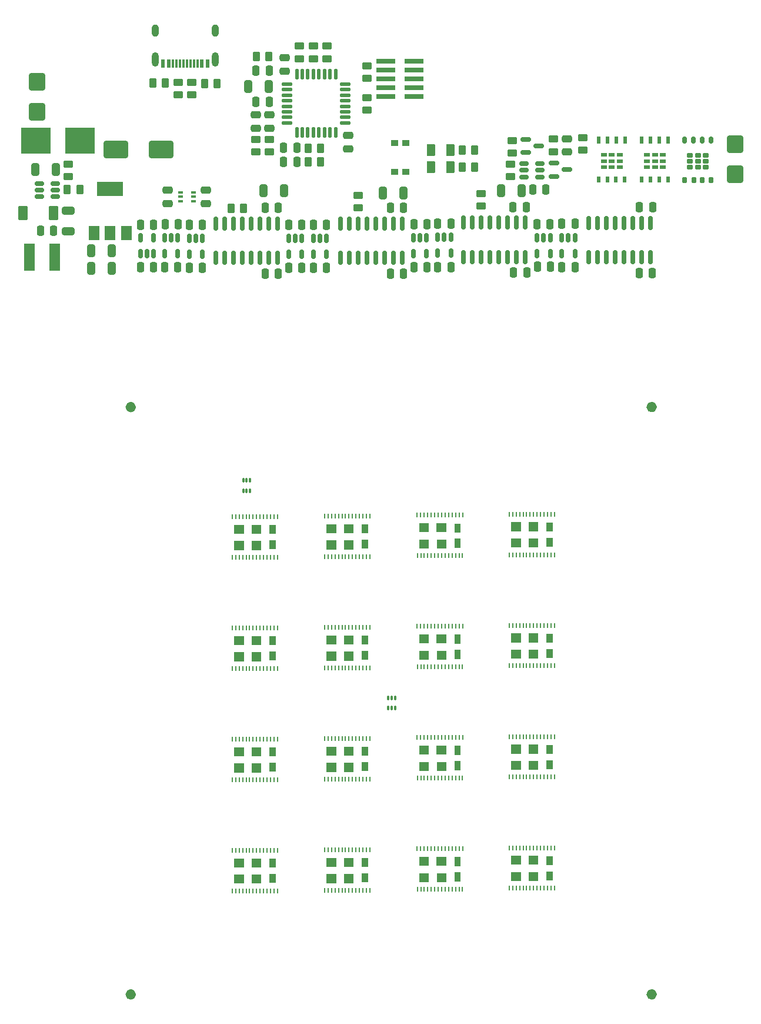
<source format=gtp>
G04 #@! TF.GenerationSoftware,KiCad,Pcbnew,8.0.1-8.0.1-1~ubuntu22.04.1*
G04 #@! TF.CreationDate,2024-04-20T17:09:59+02:00*
G04 #@! TF.ProjectId,0xaxe,30786178-652e-46b6-9963-61645f706362,302*
G04 #@! TF.SameCoordinates,Original*
G04 #@! TF.FileFunction,Paste,Top*
G04 #@! TF.FilePolarity,Positive*
%FSLAX46Y46*%
G04 Gerber Fmt 4.6, Leading zero omitted, Abs format (unit mm)*
G04 Created by KiCad (PCBNEW 8.0.1-8.0.1-1~ubuntu22.04.1) date 2024-04-20 17:09:59*
%MOMM*%
%LPD*%
G01*
G04 APERTURE LIST*
G04 Aperture macros list*
%AMRoundRect*
0 Rectangle with rounded corners*
0 $1 Rounding radius*
0 $2 $3 $4 $5 $6 $7 $8 $9 X,Y pos of 4 corners*
0 Add a 4 corners polygon primitive as box body*
4,1,4,$2,$3,$4,$5,$6,$7,$8,$9,$2,$3,0*
0 Add four circle primitives for the rounded corners*
1,1,$1+$1,$2,$3*
1,1,$1+$1,$4,$5*
1,1,$1+$1,$6,$7*
1,1,$1+$1,$8,$9*
0 Add four rect primitives between the rounded corners*
20,1,$1+$1,$2,$3,$4,$5,0*
20,1,$1+$1,$4,$5,$6,$7,0*
20,1,$1+$1,$6,$7,$8,$9,0*
20,1,$1+$1,$8,$9,$2,$3,0*%
G04 Aperture macros list end*
%ADD10C,0.001000*%
%ADD11C,0.750000*%
%ADD12RoundRect,0.150000X0.150000X-0.512500X0.150000X0.512500X-0.150000X0.512500X-0.150000X-0.512500X0*%
%ADD13R,0.221000X0.792000*%
%ADD14RoundRect,0.250000X-1.500000X-1.000000X1.500000X-1.000000X1.500000X1.000000X-1.500000X1.000000X0*%
%ADD15RoundRect,0.250000X-0.262500X-0.450000X0.262500X-0.450000X0.262500X0.450000X-0.262500X0.450000X0*%
%ADD16RoundRect,0.150000X-0.150000X0.512500X-0.150000X-0.512500X0.150000X-0.512500X0.150000X0.512500X0*%
%ADD17RoundRect,0.250000X-0.450000X0.262500X-0.450000X-0.262500X0.450000X-0.262500X0.450000X0.262500X0*%
%ADD18R,1.500000X4.000000*%
%ADD19RoundRect,0.250000X-0.325000X-0.650000X0.325000X-0.650000X0.325000X0.650000X-0.325000X0.650000X0*%
%ADD20RoundRect,0.150000X-0.150000X0.825000X-0.150000X-0.825000X0.150000X-0.825000X0.150000X0.825000X0*%
%ADD21RoundRect,0.250000X0.250000X0.475000X-0.250000X0.475000X-0.250000X-0.475000X0.250000X-0.475000X0*%
%ADD22RoundRect,0.250000X-0.250000X-0.475000X0.250000X-0.475000X0.250000X0.475000X-0.250000X0.475000X0*%
%ADD23RoundRect,0.250000X0.325000X0.650000X-0.325000X0.650000X-0.325000X-0.650000X0.325000X-0.650000X0*%
%ADD24RoundRect,0.250000X-0.450000X-0.800000X0.450000X-0.800000X0.450000X0.800000X-0.450000X0.800000X0*%
%ADD25RoundRect,0.250000X0.900000X-1.000000X0.900000X1.000000X-0.900000X1.000000X-0.900000X-1.000000X0*%
%ADD26RoundRect,0.250000X-0.375000X-0.625000X0.375000X-0.625000X0.375000X0.625000X-0.375000X0.625000X0*%
%ADD27RoundRect,0.050000X0.100000X-0.285000X0.100000X0.285000X-0.100000X0.285000X-0.100000X-0.285000X0*%
%ADD28RoundRect,0.250000X0.262500X0.450000X-0.262500X0.450000X-0.262500X-0.450000X0.262500X-0.450000X0*%
%ADD29RoundRect,0.250000X0.450000X-0.262500X0.450000X0.262500X-0.450000X0.262500X-0.450000X-0.262500X0*%
%ADD30RoundRect,0.250000X-0.475000X0.250000X-0.475000X-0.250000X0.475000X-0.250000X0.475000X0.250000X0*%
%ADD31R,2.760000X0.650000*%
%ADD32RoundRect,0.250000X0.475000X-0.250000X0.475000X0.250000X-0.475000X0.250000X-0.475000X-0.250000X0*%
%ADD33RoundRect,0.150000X-0.587500X-0.150000X0.587500X-0.150000X0.587500X0.150000X-0.587500X0.150000X0*%
%ADD34R,4.245000X3.810000*%
%ADD35RoundRect,0.150000X-0.512500X-0.150000X0.512500X-0.150000X0.512500X0.150000X-0.512500X0.150000X0*%
%ADD36RoundRect,0.150000X0.512500X0.150000X-0.512500X0.150000X-0.512500X-0.150000X0.512500X-0.150000X0*%
%ADD37R,0.900000X0.600000*%
%ADD38R,0.600000X0.900000*%
%ADD39R,0.600000X1.050000*%
%ADD40R,1.500000X2.000000*%
%ADD41R,3.800000X2.000000*%
%ADD42R,0.600000X1.150000*%
%ADD43R,0.300000X1.150000*%
%ADD44O,1.000000X2.100000*%
%ADD45O,1.000000X1.800000*%
%ADD46RoundRect,0.150000X-0.300000X0.150000X-0.300000X-0.150000X0.300000X-0.150000X0.300000X0.150000X0*%
%ADD47RoundRect,0.150000X0.150000X0.300000X-0.150000X0.300000X-0.150000X-0.300000X0.150000X-0.300000X0*%
%ADD48RoundRect,0.150000X0.150000X0.375000X-0.150000X0.375000X-0.150000X-0.375000X0.150000X-0.375000X0*%
%ADD49RoundRect,0.250000X0.650000X-0.325000X0.650000X0.325000X-0.650000X0.325000X-0.650000X-0.325000X0*%
%ADD50RoundRect,0.250000X-0.900000X1.000000X-0.900000X-1.000000X0.900000X-1.000000X0.900000X1.000000X0*%
%ADD51R,1.000000X0.900000*%
%ADD52R,0.650000X0.400000*%
%ADD53RoundRect,0.125000X-0.625000X-0.125000X0.625000X-0.125000X0.625000X0.125000X-0.625000X0.125000X0*%
%ADD54RoundRect,0.125000X-0.125000X-0.625000X0.125000X-0.625000X0.125000X0.625000X-0.125000X0.625000X0*%
G04 APERTURE END LIST*
D10*
X86019000Y-96353900D02*
X84679000Y-96353900D01*
X84679000Y-97553900D01*
X86019000Y-97553900D01*
X86019000Y-96353900D01*
G36*
X86019000Y-96353900D02*
G01*
X84679000Y-96353900D01*
X84679000Y-97553900D01*
X86019000Y-97553900D01*
X86019000Y-96353900D01*
G37*
X86024000Y-98703900D02*
X84684000Y-98703900D01*
X84684000Y-99903900D01*
X86024000Y-99903900D01*
X86024000Y-98703900D01*
G36*
X86024000Y-98703900D02*
G01*
X84684000Y-98703900D01*
X84684000Y-99903900D01*
X86024000Y-99903900D01*
X86024000Y-98703900D01*
G37*
X88499000Y-96353900D02*
X87209000Y-96353900D01*
X87209000Y-97553900D01*
X88499000Y-97553900D01*
X88499000Y-96353900D01*
G36*
X88499000Y-96353900D02*
G01*
X87209000Y-96353900D01*
X87209000Y-97553900D01*
X88499000Y-97553900D01*
X88499000Y-96353900D01*
G37*
X88504000Y-98703900D02*
X87214000Y-98703900D01*
X87214000Y-99903900D01*
X88504000Y-99903900D01*
X88504000Y-98703900D01*
G36*
X88504000Y-98703900D02*
G01*
X87214000Y-98703900D01*
X87214000Y-99903900D01*
X88504000Y-99903900D01*
X88504000Y-98703900D01*
G37*
X90579000Y-96403900D02*
X89789000Y-96403900D01*
X89789000Y-97603900D01*
X90579000Y-97603900D01*
X90579000Y-96403900D01*
G36*
X90579000Y-96403900D02*
G01*
X89789000Y-96403900D01*
X89789000Y-97603900D01*
X90579000Y-97603900D01*
X90579000Y-96403900D01*
G37*
X90584000Y-98603900D02*
X89794000Y-98603900D01*
X89794000Y-99803900D01*
X90584000Y-99803900D01*
X90584000Y-98603900D01*
G36*
X90584000Y-98603900D02*
G01*
X89794000Y-98603900D01*
X89794000Y-99803900D01*
X90584000Y-99803900D01*
X90584000Y-98603900D01*
G37*
D11*
X56875000Y-164000000D02*
G75*
G02*
X56125000Y-164000000I-375000J0D01*
G01*
X56125000Y-164000000D02*
G75*
G02*
X56875000Y-164000000I375000J0D01*
G01*
D10*
X86019000Y-144353900D02*
X84679000Y-144353900D01*
X84679000Y-145553900D01*
X86019000Y-145553900D01*
X86019000Y-144353900D01*
G36*
X86019000Y-144353900D02*
G01*
X84679000Y-144353900D01*
X84679000Y-145553900D01*
X86019000Y-145553900D01*
X86019000Y-144353900D01*
G37*
X86024000Y-146703900D02*
X84684000Y-146703900D01*
X84684000Y-147903900D01*
X86024000Y-147903900D01*
X86024000Y-146703900D01*
G36*
X86024000Y-146703900D02*
G01*
X84684000Y-146703900D01*
X84684000Y-147903900D01*
X86024000Y-147903900D01*
X86024000Y-146703900D01*
G37*
X88499000Y-144353900D02*
X87209000Y-144353900D01*
X87209000Y-145553900D01*
X88499000Y-145553900D01*
X88499000Y-144353900D01*
G36*
X88499000Y-144353900D02*
G01*
X87209000Y-144353900D01*
X87209000Y-145553900D01*
X88499000Y-145553900D01*
X88499000Y-144353900D01*
G37*
X88504000Y-146703900D02*
X87214000Y-146703900D01*
X87214000Y-147903900D01*
X88504000Y-147903900D01*
X88504000Y-146703900D01*
G36*
X88504000Y-146703900D02*
G01*
X87214000Y-146703900D01*
X87214000Y-147903900D01*
X88504000Y-147903900D01*
X88504000Y-146703900D01*
G37*
X90579000Y-144403900D02*
X89789000Y-144403900D01*
X89789000Y-145603900D01*
X90579000Y-145603900D01*
X90579000Y-144403900D01*
G36*
X90579000Y-144403900D02*
G01*
X89789000Y-144403900D01*
X89789000Y-145603900D01*
X90579000Y-145603900D01*
X90579000Y-144403900D01*
G37*
X90584000Y-146603900D02*
X89794000Y-146603900D01*
X89794000Y-147803900D01*
X90584000Y-147803900D01*
X90584000Y-146603900D01*
G36*
X90584000Y-146603900D02*
G01*
X89794000Y-146603900D01*
X89794000Y-147803900D01*
X90584000Y-147803900D01*
X90584000Y-146603900D01*
G37*
X72719000Y-96428900D02*
X71379000Y-96428900D01*
X71379000Y-97628900D01*
X72719000Y-97628900D01*
X72719000Y-96428900D01*
G36*
X72719000Y-96428900D02*
G01*
X71379000Y-96428900D01*
X71379000Y-97628900D01*
X72719000Y-97628900D01*
X72719000Y-96428900D01*
G37*
X72724000Y-98778900D02*
X71384000Y-98778900D01*
X71384000Y-99978900D01*
X72724000Y-99978900D01*
X72724000Y-98778900D01*
G36*
X72724000Y-98778900D02*
G01*
X71384000Y-98778900D01*
X71384000Y-99978900D01*
X72724000Y-99978900D01*
X72724000Y-98778900D01*
G37*
X75199000Y-96428900D02*
X73909000Y-96428900D01*
X73909000Y-97628900D01*
X75199000Y-97628900D01*
X75199000Y-96428900D01*
G36*
X75199000Y-96428900D02*
G01*
X73909000Y-96428900D01*
X73909000Y-97628900D01*
X75199000Y-97628900D01*
X75199000Y-96428900D01*
G37*
X75204000Y-98778900D02*
X73914000Y-98778900D01*
X73914000Y-99978900D01*
X75204000Y-99978900D01*
X75204000Y-98778900D01*
G36*
X75204000Y-98778900D02*
G01*
X73914000Y-98778900D01*
X73914000Y-99978900D01*
X75204000Y-99978900D01*
X75204000Y-98778900D01*
G37*
X77279000Y-96478900D02*
X76489000Y-96478900D01*
X76489000Y-97678900D01*
X77279000Y-97678900D01*
X77279000Y-96478900D01*
G36*
X77279000Y-96478900D02*
G01*
X76489000Y-96478900D01*
X76489000Y-97678900D01*
X77279000Y-97678900D01*
X77279000Y-96478900D01*
G37*
X77284000Y-98678900D02*
X76494000Y-98678900D01*
X76494000Y-99878900D01*
X77284000Y-99878900D01*
X77284000Y-98678900D01*
G36*
X77284000Y-98678900D02*
G01*
X76494000Y-98678900D01*
X76494000Y-99878900D01*
X77284000Y-99878900D01*
X77284000Y-98678900D01*
G37*
X72719000Y-128428900D02*
X71379000Y-128428900D01*
X71379000Y-129628900D01*
X72719000Y-129628900D01*
X72719000Y-128428900D01*
G36*
X72719000Y-128428900D02*
G01*
X71379000Y-128428900D01*
X71379000Y-129628900D01*
X72719000Y-129628900D01*
X72719000Y-128428900D01*
G37*
X72724000Y-130778900D02*
X71384000Y-130778900D01*
X71384000Y-131978900D01*
X72724000Y-131978900D01*
X72724000Y-130778900D01*
G36*
X72724000Y-130778900D02*
G01*
X71384000Y-130778900D01*
X71384000Y-131978900D01*
X72724000Y-131978900D01*
X72724000Y-130778900D01*
G37*
X75199000Y-128428900D02*
X73909000Y-128428900D01*
X73909000Y-129628900D01*
X75199000Y-129628900D01*
X75199000Y-128428900D01*
G36*
X75199000Y-128428900D02*
G01*
X73909000Y-128428900D01*
X73909000Y-129628900D01*
X75199000Y-129628900D01*
X75199000Y-128428900D01*
G37*
X75204000Y-130778900D02*
X73914000Y-130778900D01*
X73914000Y-131978900D01*
X75204000Y-131978900D01*
X75204000Y-130778900D01*
G36*
X75204000Y-130778900D02*
G01*
X73914000Y-130778900D01*
X73914000Y-131978900D01*
X75204000Y-131978900D01*
X75204000Y-130778900D01*
G37*
X77279000Y-128478900D02*
X76489000Y-128478900D01*
X76489000Y-129678900D01*
X77279000Y-129678900D01*
X77279000Y-128478900D01*
G36*
X77279000Y-128478900D02*
G01*
X76489000Y-128478900D01*
X76489000Y-129678900D01*
X77279000Y-129678900D01*
X77279000Y-128478900D01*
G37*
X77284000Y-130678900D02*
X76494000Y-130678900D01*
X76494000Y-131878900D01*
X77284000Y-131878900D01*
X77284000Y-130678900D01*
G36*
X77284000Y-130678900D02*
G01*
X76494000Y-130678900D01*
X76494000Y-131878900D01*
X77284000Y-131878900D01*
X77284000Y-130678900D01*
G37*
X112597000Y-112070900D02*
X111257000Y-112070900D01*
X111257000Y-113270900D01*
X112597000Y-113270900D01*
X112597000Y-112070900D01*
G36*
X112597000Y-112070900D02*
G01*
X111257000Y-112070900D01*
X111257000Y-113270900D01*
X112597000Y-113270900D01*
X112597000Y-112070900D01*
G37*
X112602000Y-114420900D02*
X111262000Y-114420900D01*
X111262000Y-115620900D01*
X112602000Y-115620900D01*
X112602000Y-114420900D01*
G36*
X112602000Y-114420900D02*
G01*
X111262000Y-114420900D01*
X111262000Y-115620900D01*
X112602000Y-115620900D01*
X112602000Y-114420900D01*
G37*
X115077000Y-112070900D02*
X113787000Y-112070900D01*
X113787000Y-113270900D01*
X115077000Y-113270900D01*
X115077000Y-112070900D01*
G36*
X115077000Y-112070900D02*
G01*
X113787000Y-112070900D01*
X113787000Y-113270900D01*
X115077000Y-113270900D01*
X115077000Y-112070900D01*
G37*
X115082000Y-114420900D02*
X113792000Y-114420900D01*
X113792000Y-115620900D01*
X115082000Y-115620900D01*
X115082000Y-114420900D01*
G36*
X115082000Y-114420900D02*
G01*
X113792000Y-114420900D01*
X113792000Y-115620900D01*
X115082000Y-115620900D01*
X115082000Y-114420900D01*
G37*
X117157000Y-112120900D02*
X116367000Y-112120900D01*
X116367000Y-113320900D01*
X117157000Y-113320900D01*
X117157000Y-112120900D01*
G36*
X117157000Y-112120900D02*
G01*
X116367000Y-112120900D01*
X116367000Y-113320900D01*
X117157000Y-113320900D01*
X117157000Y-112120900D01*
G37*
X117162000Y-114320900D02*
X116372000Y-114320900D01*
X116372000Y-115520900D01*
X117162000Y-115520900D01*
X117162000Y-114320900D01*
G36*
X117162000Y-114320900D02*
G01*
X116372000Y-114320900D01*
X116372000Y-115520900D01*
X117162000Y-115520900D01*
X117162000Y-114320900D01*
G37*
D11*
X56875000Y-79500000D02*
G75*
G02*
X56125000Y-79500000I-375000J0D01*
G01*
X56125000Y-79500000D02*
G75*
G02*
X56875000Y-79500000I375000J0D01*
G01*
D10*
X99358000Y-128199900D02*
X98018000Y-128199900D01*
X98018000Y-129399900D01*
X99358000Y-129399900D01*
X99358000Y-128199900D01*
G36*
X99358000Y-128199900D02*
G01*
X98018000Y-128199900D01*
X98018000Y-129399900D01*
X99358000Y-129399900D01*
X99358000Y-128199900D01*
G37*
X99363000Y-130549900D02*
X98023000Y-130549900D01*
X98023000Y-131749900D01*
X99363000Y-131749900D01*
X99363000Y-130549900D01*
G36*
X99363000Y-130549900D02*
G01*
X98023000Y-130549900D01*
X98023000Y-131749900D01*
X99363000Y-131749900D01*
X99363000Y-130549900D01*
G37*
X101838000Y-128199900D02*
X100548000Y-128199900D01*
X100548000Y-129399900D01*
X101838000Y-129399900D01*
X101838000Y-128199900D01*
G36*
X101838000Y-128199900D02*
G01*
X100548000Y-128199900D01*
X100548000Y-129399900D01*
X101838000Y-129399900D01*
X101838000Y-128199900D01*
G37*
X101843000Y-130549900D02*
X100553000Y-130549900D01*
X100553000Y-131749900D01*
X101843000Y-131749900D01*
X101843000Y-130549900D01*
G36*
X101843000Y-130549900D02*
G01*
X100553000Y-130549900D01*
X100553000Y-131749900D01*
X101843000Y-131749900D01*
X101843000Y-130549900D01*
G37*
X103918000Y-128249900D02*
X103128000Y-128249900D01*
X103128000Y-129449900D01*
X103918000Y-129449900D01*
X103918000Y-128249900D01*
G36*
X103918000Y-128249900D02*
G01*
X103128000Y-128249900D01*
X103128000Y-129449900D01*
X103918000Y-129449900D01*
X103918000Y-128249900D01*
G37*
X103923000Y-130449900D02*
X103133000Y-130449900D01*
X103133000Y-131649900D01*
X103923000Y-131649900D01*
X103923000Y-130449900D01*
G36*
X103923000Y-130449900D02*
G01*
X103133000Y-130449900D01*
X103133000Y-131649900D01*
X103923000Y-131649900D01*
X103923000Y-130449900D01*
G37*
X112597000Y-144070900D02*
X111257000Y-144070900D01*
X111257000Y-145270900D01*
X112597000Y-145270900D01*
X112597000Y-144070900D01*
G36*
X112597000Y-144070900D02*
G01*
X111257000Y-144070900D01*
X111257000Y-145270900D01*
X112597000Y-145270900D01*
X112597000Y-144070900D01*
G37*
X112602000Y-146420900D02*
X111262000Y-146420900D01*
X111262000Y-147620900D01*
X112602000Y-147620900D01*
X112602000Y-146420900D01*
G36*
X112602000Y-146420900D02*
G01*
X111262000Y-146420900D01*
X111262000Y-147620900D01*
X112602000Y-147620900D01*
X112602000Y-146420900D01*
G37*
X115077000Y-144070900D02*
X113787000Y-144070900D01*
X113787000Y-145270900D01*
X115077000Y-145270900D01*
X115077000Y-144070900D01*
G36*
X115077000Y-144070900D02*
G01*
X113787000Y-144070900D01*
X113787000Y-145270900D01*
X115077000Y-145270900D01*
X115077000Y-144070900D01*
G37*
X115082000Y-146420900D02*
X113792000Y-146420900D01*
X113792000Y-147620900D01*
X115082000Y-147620900D01*
X115082000Y-146420900D01*
G36*
X115082000Y-146420900D02*
G01*
X113792000Y-146420900D01*
X113792000Y-147620900D01*
X115082000Y-147620900D01*
X115082000Y-146420900D01*
G37*
X117157000Y-144120900D02*
X116367000Y-144120900D01*
X116367000Y-145320900D01*
X117157000Y-145320900D01*
X117157000Y-144120900D01*
G36*
X117157000Y-144120900D02*
G01*
X116367000Y-144120900D01*
X116367000Y-145320900D01*
X117157000Y-145320900D01*
X117157000Y-144120900D01*
G37*
X117162000Y-146320900D02*
X116372000Y-146320900D01*
X116372000Y-147520900D01*
X117162000Y-147520900D01*
X117162000Y-146320900D01*
G36*
X117162000Y-146320900D02*
G01*
X116372000Y-146320900D01*
X116372000Y-147520900D01*
X117162000Y-147520900D01*
X117162000Y-146320900D01*
G37*
X99358000Y-144199900D02*
X98018000Y-144199900D01*
X98018000Y-145399900D01*
X99358000Y-145399900D01*
X99358000Y-144199900D01*
G36*
X99358000Y-144199900D02*
G01*
X98018000Y-144199900D01*
X98018000Y-145399900D01*
X99358000Y-145399900D01*
X99358000Y-144199900D01*
G37*
X99363000Y-146549900D02*
X98023000Y-146549900D01*
X98023000Y-147749900D01*
X99363000Y-147749900D01*
X99363000Y-146549900D01*
G36*
X99363000Y-146549900D02*
G01*
X98023000Y-146549900D01*
X98023000Y-147749900D01*
X99363000Y-147749900D01*
X99363000Y-146549900D01*
G37*
X101838000Y-144199900D02*
X100548000Y-144199900D01*
X100548000Y-145399900D01*
X101838000Y-145399900D01*
X101838000Y-144199900D01*
G36*
X101838000Y-144199900D02*
G01*
X100548000Y-144199900D01*
X100548000Y-145399900D01*
X101838000Y-145399900D01*
X101838000Y-144199900D01*
G37*
X101843000Y-146549900D02*
X100553000Y-146549900D01*
X100553000Y-147749900D01*
X101843000Y-147749900D01*
X101843000Y-146549900D01*
G36*
X101843000Y-146549900D02*
G01*
X100553000Y-146549900D01*
X100553000Y-147749900D01*
X101843000Y-147749900D01*
X101843000Y-146549900D01*
G37*
X103918000Y-144249900D02*
X103128000Y-144249900D01*
X103128000Y-145449900D01*
X103918000Y-145449900D01*
X103918000Y-144249900D01*
G36*
X103918000Y-144249900D02*
G01*
X103128000Y-144249900D01*
X103128000Y-145449900D01*
X103918000Y-145449900D01*
X103918000Y-144249900D01*
G37*
X103923000Y-146449900D02*
X103133000Y-146449900D01*
X103133000Y-147649900D01*
X103923000Y-147649900D01*
X103923000Y-146449900D01*
G36*
X103923000Y-146449900D02*
G01*
X103133000Y-146449900D01*
X103133000Y-147649900D01*
X103923000Y-147649900D01*
X103923000Y-146449900D01*
G37*
D11*
X131875000Y-164000000D02*
G75*
G02*
X131125000Y-164000000I-375000J0D01*
G01*
X131125000Y-164000000D02*
G75*
G02*
X131875000Y-164000000I375000J0D01*
G01*
D10*
X72719000Y-112428900D02*
X71379000Y-112428900D01*
X71379000Y-113628900D01*
X72719000Y-113628900D01*
X72719000Y-112428900D01*
G36*
X72719000Y-112428900D02*
G01*
X71379000Y-112428900D01*
X71379000Y-113628900D01*
X72719000Y-113628900D01*
X72719000Y-112428900D01*
G37*
X72724000Y-114778900D02*
X71384000Y-114778900D01*
X71384000Y-115978900D01*
X72724000Y-115978900D01*
X72724000Y-114778900D01*
G36*
X72724000Y-114778900D02*
G01*
X71384000Y-114778900D01*
X71384000Y-115978900D01*
X72724000Y-115978900D01*
X72724000Y-114778900D01*
G37*
X75199000Y-112428900D02*
X73909000Y-112428900D01*
X73909000Y-113628900D01*
X75199000Y-113628900D01*
X75199000Y-112428900D01*
G36*
X75199000Y-112428900D02*
G01*
X73909000Y-112428900D01*
X73909000Y-113628900D01*
X75199000Y-113628900D01*
X75199000Y-112428900D01*
G37*
X75204000Y-114778900D02*
X73914000Y-114778900D01*
X73914000Y-115978900D01*
X75204000Y-115978900D01*
X75204000Y-114778900D01*
G36*
X75204000Y-114778900D02*
G01*
X73914000Y-114778900D01*
X73914000Y-115978900D01*
X75204000Y-115978900D01*
X75204000Y-114778900D01*
G37*
X77279000Y-112478900D02*
X76489000Y-112478900D01*
X76489000Y-113678900D01*
X77279000Y-113678900D01*
X77279000Y-112478900D01*
G36*
X77279000Y-112478900D02*
G01*
X76489000Y-112478900D01*
X76489000Y-113678900D01*
X77279000Y-113678900D01*
X77279000Y-112478900D01*
G37*
X77284000Y-114678900D02*
X76494000Y-114678900D01*
X76494000Y-115878900D01*
X77284000Y-115878900D01*
X77284000Y-114678900D01*
G36*
X77284000Y-114678900D02*
G01*
X76494000Y-114678900D01*
X76494000Y-115878900D01*
X77284000Y-115878900D01*
X77284000Y-114678900D01*
G37*
X86019000Y-128353900D02*
X84679000Y-128353900D01*
X84679000Y-129553900D01*
X86019000Y-129553900D01*
X86019000Y-128353900D01*
G36*
X86019000Y-128353900D02*
G01*
X84679000Y-128353900D01*
X84679000Y-129553900D01*
X86019000Y-129553900D01*
X86019000Y-128353900D01*
G37*
X86024000Y-130703900D02*
X84684000Y-130703900D01*
X84684000Y-131903900D01*
X86024000Y-131903900D01*
X86024000Y-130703900D01*
G36*
X86024000Y-130703900D02*
G01*
X84684000Y-130703900D01*
X84684000Y-131903900D01*
X86024000Y-131903900D01*
X86024000Y-130703900D01*
G37*
X88499000Y-128353900D02*
X87209000Y-128353900D01*
X87209000Y-129553900D01*
X88499000Y-129553900D01*
X88499000Y-128353900D01*
G36*
X88499000Y-128353900D02*
G01*
X87209000Y-128353900D01*
X87209000Y-129553900D01*
X88499000Y-129553900D01*
X88499000Y-128353900D01*
G37*
X88504000Y-130703900D02*
X87214000Y-130703900D01*
X87214000Y-131903900D01*
X88504000Y-131903900D01*
X88504000Y-130703900D01*
G36*
X88504000Y-130703900D02*
G01*
X87214000Y-130703900D01*
X87214000Y-131903900D01*
X88504000Y-131903900D01*
X88504000Y-130703900D01*
G37*
X90579000Y-128403900D02*
X89789000Y-128403900D01*
X89789000Y-129603900D01*
X90579000Y-129603900D01*
X90579000Y-128403900D01*
G36*
X90579000Y-128403900D02*
G01*
X89789000Y-128403900D01*
X89789000Y-129603900D01*
X90579000Y-129603900D01*
X90579000Y-128403900D01*
G37*
X90584000Y-130603900D02*
X89794000Y-130603900D01*
X89794000Y-131803900D01*
X90584000Y-131803900D01*
X90584000Y-130603900D01*
G36*
X90584000Y-130603900D02*
G01*
X89794000Y-130603900D01*
X89794000Y-131803900D01*
X90584000Y-131803900D01*
X90584000Y-130603900D01*
G37*
X99358000Y-112199900D02*
X98018000Y-112199900D01*
X98018000Y-113399900D01*
X99358000Y-113399900D01*
X99358000Y-112199900D01*
G36*
X99358000Y-112199900D02*
G01*
X98018000Y-112199900D01*
X98018000Y-113399900D01*
X99358000Y-113399900D01*
X99358000Y-112199900D01*
G37*
X99363000Y-114549900D02*
X98023000Y-114549900D01*
X98023000Y-115749900D01*
X99363000Y-115749900D01*
X99363000Y-114549900D01*
G36*
X99363000Y-114549900D02*
G01*
X98023000Y-114549900D01*
X98023000Y-115749900D01*
X99363000Y-115749900D01*
X99363000Y-114549900D01*
G37*
X101838000Y-112199900D02*
X100548000Y-112199900D01*
X100548000Y-113399900D01*
X101838000Y-113399900D01*
X101838000Y-112199900D01*
G36*
X101838000Y-112199900D02*
G01*
X100548000Y-112199900D01*
X100548000Y-113399900D01*
X101838000Y-113399900D01*
X101838000Y-112199900D01*
G37*
X101843000Y-114549900D02*
X100553000Y-114549900D01*
X100553000Y-115749900D01*
X101843000Y-115749900D01*
X101843000Y-114549900D01*
G36*
X101843000Y-114549900D02*
G01*
X100553000Y-114549900D01*
X100553000Y-115749900D01*
X101843000Y-115749900D01*
X101843000Y-114549900D01*
G37*
X103918000Y-112249900D02*
X103128000Y-112249900D01*
X103128000Y-113449900D01*
X103918000Y-113449900D01*
X103918000Y-112249900D01*
G36*
X103918000Y-112249900D02*
G01*
X103128000Y-112249900D01*
X103128000Y-113449900D01*
X103918000Y-113449900D01*
X103918000Y-112249900D01*
G37*
X103923000Y-114449900D02*
X103133000Y-114449900D01*
X103133000Y-115649900D01*
X103923000Y-115649900D01*
X103923000Y-114449900D01*
G36*
X103923000Y-114449900D02*
G01*
X103133000Y-114449900D01*
X103133000Y-115649900D01*
X103923000Y-115649900D01*
X103923000Y-114449900D01*
G37*
X99358000Y-96199900D02*
X98018000Y-96199900D01*
X98018000Y-97399900D01*
X99358000Y-97399900D01*
X99358000Y-96199900D01*
G36*
X99358000Y-96199900D02*
G01*
X98018000Y-96199900D01*
X98018000Y-97399900D01*
X99358000Y-97399900D01*
X99358000Y-96199900D01*
G37*
X99363000Y-98549900D02*
X98023000Y-98549900D01*
X98023000Y-99749900D01*
X99363000Y-99749900D01*
X99363000Y-98549900D01*
G36*
X99363000Y-98549900D02*
G01*
X98023000Y-98549900D01*
X98023000Y-99749900D01*
X99363000Y-99749900D01*
X99363000Y-98549900D01*
G37*
X101838000Y-96199900D02*
X100548000Y-96199900D01*
X100548000Y-97399900D01*
X101838000Y-97399900D01*
X101838000Y-96199900D01*
G36*
X101838000Y-96199900D02*
G01*
X100548000Y-96199900D01*
X100548000Y-97399900D01*
X101838000Y-97399900D01*
X101838000Y-96199900D01*
G37*
X101843000Y-98549900D02*
X100553000Y-98549900D01*
X100553000Y-99749900D01*
X101843000Y-99749900D01*
X101843000Y-98549900D01*
G36*
X101843000Y-98549900D02*
G01*
X100553000Y-98549900D01*
X100553000Y-99749900D01*
X101843000Y-99749900D01*
X101843000Y-98549900D01*
G37*
X103918000Y-96249900D02*
X103128000Y-96249900D01*
X103128000Y-97449900D01*
X103918000Y-97449900D01*
X103918000Y-96249900D01*
G36*
X103918000Y-96249900D02*
G01*
X103128000Y-96249900D01*
X103128000Y-97449900D01*
X103918000Y-97449900D01*
X103918000Y-96249900D01*
G37*
X103923000Y-98449900D02*
X103133000Y-98449900D01*
X103133000Y-99649900D01*
X103923000Y-99649900D01*
X103923000Y-98449900D01*
G36*
X103923000Y-98449900D02*
G01*
X103133000Y-98449900D01*
X103133000Y-99649900D01*
X103923000Y-99649900D01*
X103923000Y-98449900D01*
G37*
X112597000Y-128070900D02*
X111257000Y-128070900D01*
X111257000Y-129270900D01*
X112597000Y-129270900D01*
X112597000Y-128070900D01*
G36*
X112597000Y-128070900D02*
G01*
X111257000Y-128070900D01*
X111257000Y-129270900D01*
X112597000Y-129270900D01*
X112597000Y-128070900D01*
G37*
X112602000Y-130420900D02*
X111262000Y-130420900D01*
X111262000Y-131620900D01*
X112602000Y-131620900D01*
X112602000Y-130420900D01*
G36*
X112602000Y-130420900D02*
G01*
X111262000Y-130420900D01*
X111262000Y-131620900D01*
X112602000Y-131620900D01*
X112602000Y-130420900D01*
G37*
X115077000Y-128070900D02*
X113787000Y-128070900D01*
X113787000Y-129270900D01*
X115077000Y-129270900D01*
X115077000Y-128070900D01*
G36*
X115077000Y-128070900D02*
G01*
X113787000Y-128070900D01*
X113787000Y-129270900D01*
X115077000Y-129270900D01*
X115077000Y-128070900D01*
G37*
X115082000Y-130420900D02*
X113792000Y-130420900D01*
X113792000Y-131620900D01*
X115082000Y-131620900D01*
X115082000Y-130420900D01*
G36*
X115082000Y-130420900D02*
G01*
X113792000Y-130420900D01*
X113792000Y-131620900D01*
X115082000Y-131620900D01*
X115082000Y-130420900D01*
G37*
X117157000Y-128120900D02*
X116367000Y-128120900D01*
X116367000Y-129320900D01*
X117157000Y-129320900D01*
X117157000Y-128120900D01*
G36*
X117157000Y-128120900D02*
G01*
X116367000Y-128120900D01*
X116367000Y-129320900D01*
X117157000Y-129320900D01*
X117157000Y-128120900D01*
G37*
X117162000Y-130320900D02*
X116372000Y-130320900D01*
X116372000Y-131520900D01*
X117162000Y-131520900D01*
X117162000Y-130320900D01*
G36*
X117162000Y-130320900D02*
G01*
X116372000Y-130320900D01*
X116372000Y-131520900D01*
X117162000Y-131520900D01*
X117162000Y-130320900D01*
G37*
X72719000Y-144428900D02*
X71379000Y-144428900D01*
X71379000Y-145628900D01*
X72719000Y-145628900D01*
X72719000Y-144428900D01*
G36*
X72719000Y-144428900D02*
G01*
X71379000Y-144428900D01*
X71379000Y-145628900D01*
X72719000Y-145628900D01*
X72719000Y-144428900D01*
G37*
X72724000Y-146778900D02*
X71384000Y-146778900D01*
X71384000Y-147978900D01*
X72724000Y-147978900D01*
X72724000Y-146778900D01*
G36*
X72724000Y-146778900D02*
G01*
X71384000Y-146778900D01*
X71384000Y-147978900D01*
X72724000Y-147978900D01*
X72724000Y-146778900D01*
G37*
X75199000Y-144428900D02*
X73909000Y-144428900D01*
X73909000Y-145628900D01*
X75199000Y-145628900D01*
X75199000Y-144428900D01*
G36*
X75199000Y-144428900D02*
G01*
X73909000Y-144428900D01*
X73909000Y-145628900D01*
X75199000Y-145628900D01*
X75199000Y-144428900D01*
G37*
X75204000Y-146778900D02*
X73914000Y-146778900D01*
X73914000Y-147978900D01*
X75204000Y-147978900D01*
X75204000Y-146778900D01*
G36*
X75204000Y-146778900D02*
G01*
X73914000Y-146778900D01*
X73914000Y-147978900D01*
X75204000Y-147978900D01*
X75204000Y-146778900D01*
G37*
X77279000Y-144478900D02*
X76489000Y-144478900D01*
X76489000Y-145678900D01*
X77279000Y-145678900D01*
X77279000Y-144478900D01*
G36*
X77279000Y-144478900D02*
G01*
X76489000Y-144478900D01*
X76489000Y-145678900D01*
X77279000Y-145678900D01*
X77279000Y-144478900D01*
G37*
X77284000Y-146678900D02*
X76494000Y-146678900D01*
X76494000Y-147878900D01*
X77284000Y-147878900D01*
X77284000Y-146678900D01*
G36*
X77284000Y-146678900D02*
G01*
X76494000Y-146678900D01*
X76494000Y-147878900D01*
X77284000Y-147878900D01*
X77284000Y-146678900D01*
G37*
D11*
X131875000Y-79500000D02*
G75*
G02*
X131125000Y-79500000I-375000J0D01*
G01*
X131125000Y-79500000D02*
G75*
G02*
X131875000Y-79500000I375000J0D01*
G01*
D10*
X112597000Y-96070900D02*
X111257000Y-96070900D01*
X111257000Y-97270900D01*
X112597000Y-97270900D01*
X112597000Y-96070900D01*
G36*
X112597000Y-96070900D02*
G01*
X111257000Y-96070900D01*
X111257000Y-97270900D01*
X112597000Y-97270900D01*
X112597000Y-96070900D01*
G37*
X112602000Y-98420900D02*
X111262000Y-98420900D01*
X111262000Y-99620900D01*
X112602000Y-99620900D01*
X112602000Y-98420900D01*
G36*
X112602000Y-98420900D02*
G01*
X111262000Y-98420900D01*
X111262000Y-99620900D01*
X112602000Y-99620900D01*
X112602000Y-98420900D01*
G37*
X115077000Y-96070900D02*
X113787000Y-96070900D01*
X113787000Y-97270900D01*
X115077000Y-97270900D01*
X115077000Y-96070900D01*
G36*
X115077000Y-96070900D02*
G01*
X113787000Y-96070900D01*
X113787000Y-97270900D01*
X115077000Y-97270900D01*
X115077000Y-96070900D01*
G37*
X115082000Y-98420900D02*
X113792000Y-98420900D01*
X113792000Y-99620900D01*
X115082000Y-99620900D01*
X115082000Y-98420900D01*
G36*
X115082000Y-98420900D02*
G01*
X113792000Y-98420900D01*
X113792000Y-99620900D01*
X115082000Y-99620900D01*
X115082000Y-98420900D01*
G37*
X117157000Y-96120900D02*
X116367000Y-96120900D01*
X116367000Y-97320900D01*
X117157000Y-97320900D01*
X117157000Y-96120900D01*
G36*
X117157000Y-96120900D02*
G01*
X116367000Y-96120900D01*
X116367000Y-97320900D01*
X117157000Y-97320900D01*
X117157000Y-96120900D01*
G37*
X117162000Y-98320900D02*
X116372000Y-98320900D01*
X116372000Y-99520900D01*
X117162000Y-99520900D01*
X117162000Y-98320900D01*
G36*
X117162000Y-98320900D02*
G01*
X116372000Y-98320900D01*
X116372000Y-99520900D01*
X117162000Y-99520900D01*
X117162000Y-98320900D01*
G37*
X86019000Y-112353900D02*
X84679000Y-112353900D01*
X84679000Y-113553900D01*
X86019000Y-113553900D01*
X86019000Y-112353900D01*
G36*
X86019000Y-112353900D02*
G01*
X84679000Y-112353900D01*
X84679000Y-113553900D01*
X86019000Y-113553900D01*
X86019000Y-112353900D01*
G37*
X86024000Y-114703900D02*
X84684000Y-114703900D01*
X84684000Y-115903900D01*
X86024000Y-115903900D01*
X86024000Y-114703900D01*
G36*
X86024000Y-114703900D02*
G01*
X84684000Y-114703900D01*
X84684000Y-115903900D01*
X86024000Y-115903900D01*
X86024000Y-114703900D01*
G37*
X88499000Y-112353900D02*
X87209000Y-112353900D01*
X87209000Y-113553900D01*
X88499000Y-113553900D01*
X88499000Y-112353900D01*
G36*
X88499000Y-112353900D02*
G01*
X87209000Y-112353900D01*
X87209000Y-113553900D01*
X88499000Y-113553900D01*
X88499000Y-112353900D01*
G37*
X88504000Y-114703900D02*
X87214000Y-114703900D01*
X87214000Y-115903900D01*
X88504000Y-115903900D01*
X88504000Y-114703900D01*
G36*
X88504000Y-114703900D02*
G01*
X87214000Y-114703900D01*
X87214000Y-115903900D01*
X88504000Y-115903900D01*
X88504000Y-114703900D01*
G37*
X90579000Y-112403900D02*
X89789000Y-112403900D01*
X89789000Y-113603900D01*
X90579000Y-113603900D01*
X90579000Y-112403900D01*
G36*
X90579000Y-112403900D02*
G01*
X89789000Y-112403900D01*
X89789000Y-113603900D01*
X90579000Y-113603900D01*
X90579000Y-112403900D01*
G37*
X90584000Y-114603900D02*
X89794000Y-114603900D01*
X89794000Y-115803900D01*
X90584000Y-115803900D01*
X90584000Y-114603900D01*
G36*
X90584000Y-114603900D02*
G01*
X89794000Y-114603900D01*
X89794000Y-115803900D01*
X90584000Y-115803900D01*
X90584000Y-114603900D01*
G37*
D12*
X57912500Y-57437500D03*
X58862500Y-57437500D03*
X59812500Y-57437500D03*
X59812500Y-55162500D03*
X57912500Y-55162500D03*
D13*
X90937000Y-95187900D03*
X90435000Y-95187900D03*
X89933000Y-95187900D03*
X89431000Y-95187900D03*
X88929000Y-95187900D03*
X88427000Y-95187900D03*
X87925000Y-95187900D03*
X87423000Y-95187900D03*
X86921000Y-95187900D03*
X86419000Y-95187900D03*
X85917000Y-95187900D03*
X85415000Y-95187900D03*
X84913000Y-95187900D03*
X84411000Y-95187900D03*
X84424000Y-101019900D03*
X84924000Y-101019900D03*
X85424000Y-101019900D03*
X85924000Y-101019900D03*
X86424000Y-101019900D03*
X86921000Y-101019900D03*
X87424000Y-101019900D03*
X87925000Y-101019900D03*
X88427000Y-101019900D03*
X88929000Y-101019900D03*
X89431000Y-101019900D03*
X89924000Y-101019900D03*
X90435000Y-101019900D03*
X90924000Y-101019900D03*
D14*
X54350000Y-42475000D03*
X60850000Y-42475000D03*
D15*
X59687500Y-32917000D03*
X61512500Y-32917000D03*
D16*
X99100000Y-55125000D03*
X98150000Y-55125000D03*
X97200000Y-55125000D03*
X97200000Y-57400000D03*
X99100000Y-57400000D03*
D17*
X111407499Y-41146500D03*
X111407499Y-42971500D03*
D18*
X41925000Y-57925000D03*
X45525000Y-57925000D03*
D16*
X116900000Y-55125000D03*
X115950000Y-55125000D03*
X115000000Y-55125000D03*
X115000000Y-57400000D03*
X116900000Y-57400000D03*
D19*
X42772200Y-45308000D03*
X45722200Y-45308000D03*
D20*
X77610000Y-53075100D03*
X76340000Y-53075100D03*
X75070000Y-53075100D03*
X73800000Y-53075100D03*
X72530000Y-53075100D03*
X71260000Y-53075100D03*
X69990000Y-53075100D03*
X68720000Y-53075100D03*
X68720000Y-58025100D03*
X69990000Y-58025100D03*
X71260000Y-58025100D03*
X72530000Y-58025100D03*
X73800000Y-58025100D03*
X75070000Y-58025100D03*
X76340000Y-58025100D03*
X77610000Y-58025100D03*
D21*
X76431000Y-31097000D03*
X74531000Y-31097000D03*
D13*
X90937000Y-143187900D03*
X90435000Y-143187900D03*
X89933000Y-143187900D03*
X89431000Y-143187900D03*
X88929000Y-143187900D03*
X88427000Y-143187900D03*
X87925000Y-143187900D03*
X87423000Y-143187900D03*
X86921000Y-143187900D03*
X86419000Y-143187900D03*
X85917000Y-143187900D03*
X85415000Y-143187900D03*
X84913000Y-143187900D03*
X84411000Y-143187900D03*
X84424000Y-149019900D03*
X84924000Y-149019900D03*
X85424000Y-149019900D03*
X85924000Y-149019900D03*
X86424000Y-149019900D03*
X86921000Y-149019900D03*
X87424000Y-149019900D03*
X87925000Y-149019900D03*
X88427000Y-149019900D03*
X88929000Y-149019900D03*
X89431000Y-149019900D03*
X89924000Y-149019900D03*
X90435000Y-149019900D03*
X90924000Y-149019900D03*
D17*
X76500000Y-40984500D03*
X76500000Y-42809500D03*
D22*
X57912500Y-59350000D03*
X59812500Y-59350000D03*
D23*
X53775000Y-57025000D03*
X50825000Y-57025000D03*
D24*
X40993200Y-51577000D03*
X45393200Y-51577000D03*
D25*
X42988200Y-37003800D03*
X42988200Y-32703800D03*
D26*
X99712500Y-45000000D03*
X102512500Y-45000000D03*
D27*
X72700000Y-91540000D03*
X73200000Y-91540000D03*
X73700000Y-91540000D03*
X73700000Y-90060000D03*
X73200000Y-90060000D03*
X72700000Y-90060000D03*
D21*
X113427200Y-50741700D03*
X111527200Y-50741700D03*
X63250000Y-59400000D03*
X61350000Y-59400000D03*
D22*
X114350000Y-48200000D03*
X116250000Y-48200000D03*
D17*
X80800000Y-27584500D03*
X80800000Y-29409500D03*
D21*
X80400000Y-44197000D03*
X78500000Y-44197000D03*
D16*
X66812200Y-55201200D03*
X65862200Y-55201200D03*
X64912200Y-55201200D03*
X64912200Y-57476200D03*
X66812200Y-57476200D03*
D21*
X131639000Y-50757900D03*
X129739000Y-50757900D03*
X120479000Y-53153900D03*
X118579000Y-53153900D03*
X81150000Y-59500000D03*
X79250000Y-59500000D03*
D17*
X106957800Y-48787800D03*
X106957800Y-50612800D03*
X84800000Y-27584500D03*
X84800000Y-29409500D03*
D28*
X106025000Y-42500000D03*
X104200000Y-42500000D03*
D29*
X47511200Y-46357500D03*
X47511200Y-44532500D03*
D23*
X53775000Y-59525000D03*
X50825000Y-59525000D03*
D13*
X77637000Y-95262900D03*
X77135000Y-95262900D03*
X76633000Y-95262900D03*
X76131000Y-95262900D03*
X75629000Y-95262900D03*
X75127000Y-95262900D03*
X74625000Y-95262900D03*
X74123000Y-95262900D03*
X73621000Y-95262900D03*
X73119000Y-95262900D03*
X72617000Y-95262900D03*
X72115000Y-95262900D03*
X71613000Y-95262900D03*
X71111000Y-95262900D03*
X71124000Y-101094900D03*
X71624000Y-101094900D03*
X72124000Y-101094900D03*
X72624000Y-101094900D03*
X73124000Y-101094900D03*
X73621000Y-101094900D03*
X74124000Y-101094900D03*
X74625000Y-101094900D03*
X75127000Y-101094900D03*
X75629000Y-101094900D03*
X76131000Y-101094900D03*
X76624000Y-101094900D03*
X77135000Y-101094900D03*
X77624000Y-101094900D03*
D21*
X131574000Y-60236900D03*
X129674000Y-60236900D03*
D28*
X49173700Y-48195000D03*
X47348700Y-48195000D03*
D30*
X87800000Y-40447000D03*
X87800000Y-42347000D03*
D21*
X95790200Y-50842700D03*
X93890200Y-50842700D03*
D28*
X72762500Y-50900000D03*
X70937500Y-50900000D03*
D21*
X99183200Y-59390200D03*
X97283200Y-59390200D03*
D13*
X77637000Y-127262900D03*
X77135000Y-127262900D03*
X76633000Y-127262900D03*
X76131000Y-127262900D03*
X75629000Y-127262900D03*
X75127000Y-127262900D03*
X74625000Y-127262900D03*
X74123000Y-127262900D03*
X73621000Y-127262900D03*
X73119000Y-127262900D03*
X72617000Y-127262900D03*
X72115000Y-127262900D03*
X71613000Y-127262900D03*
X71111000Y-127262900D03*
X71124000Y-133094900D03*
X71624000Y-133094900D03*
X72124000Y-133094900D03*
X72624000Y-133094900D03*
X73124000Y-133094900D03*
X73621000Y-133094900D03*
X74124000Y-133094900D03*
X74625000Y-133094900D03*
X75127000Y-133094900D03*
X75629000Y-133094900D03*
X76131000Y-133094900D03*
X76624000Y-133094900D03*
X77135000Y-133094900D03*
X77624000Y-133094900D03*
D31*
X97279000Y-34855000D03*
X93239000Y-34855000D03*
X97279000Y-33585000D03*
X93239000Y-33585000D03*
X97279000Y-32315000D03*
X93239000Y-32315000D03*
X97279000Y-31045000D03*
X93239000Y-31045000D03*
X97279000Y-29775000D03*
X93239000Y-29775000D03*
D21*
X102616200Y-53137700D03*
X100716200Y-53137700D03*
D17*
X90500000Y-34987500D03*
X90500000Y-36812500D03*
D13*
X117515000Y-110904900D03*
X117013000Y-110904900D03*
X116511000Y-110904900D03*
X116009000Y-110904900D03*
X115507000Y-110904900D03*
X115005000Y-110904900D03*
X114503000Y-110904900D03*
X114001000Y-110904900D03*
X113499000Y-110904900D03*
X112997000Y-110904900D03*
X112495000Y-110904900D03*
X111993000Y-110904900D03*
X111491000Y-110904900D03*
X110989000Y-110904900D03*
X111002000Y-116736900D03*
X111502000Y-116736900D03*
X112002000Y-116736900D03*
X112502000Y-116736900D03*
X113002000Y-116736900D03*
X113499000Y-116736900D03*
X114002000Y-116736900D03*
X114503000Y-116736900D03*
X115005000Y-116736900D03*
X115507000Y-116736900D03*
X116009000Y-116736900D03*
X116502000Y-116736900D03*
X117013000Y-116736900D03*
X117502000Y-116736900D03*
D32*
X78700000Y-31147000D03*
X78700000Y-29247000D03*
D27*
X93574000Y-122793900D03*
X94074000Y-122793900D03*
X94574000Y-122793900D03*
X94574000Y-121313900D03*
X94074000Y-121313900D03*
X93574000Y-121313900D03*
D33*
X117454999Y-44397000D03*
X117454999Y-46297000D03*
X119329999Y-45347000D03*
D34*
X42812500Y-41200000D03*
X49187500Y-41200000D03*
D21*
X80400000Y-42197000D03*
X78500000Y-42197000D03*
D29*
X111209000Y-46348100D03*
X111209000Y-44523100D03*
D16*
X120461000Y-55116400D03*
X119511000Y-55116400D03*
X118561000Y-55116400D03*
X118561000Y-57391400D03*
X120461000Y-57391400D03*
D15*
X74587500Y-29097000D03*
X76412500Y-29097000D03*
D13*
X104276000Y-127033900D03*
X103774000Y-127033900D03*
X103272000Y-127033900D03*
X102770000Y-127033900D03*
X102268000Y-127033900D03*
X101766000Y-127033900D03*
X101264000Y-127033900D03*
X100762000Y-127033900D03*
X100260000Y-127033900D03*
X99758000Y-127033900D03*
X99256000Y-127033900D03*
X98754000Y-127033900D03*
X98252000Y-127033900D03*
X97750000Y-127033900D03*
X97763000Y-132865900D03*
X98263000Y-132865900D03*
X98763000Y-132865900D03*
X99263000Y-132865900D03*
X99763000Y-132865900D03*
X100260000Y-132865900D03*
X100763000Y-132865900D03*
X101264000Y-132865900D03*
X101766000Y-132865900D03*
X102268000Y-132865900D03*
X102770000Y-132865900D03*
X103263000Y-132865900D03*
X103774000Y-132865900D03*
X104263000Y-132865900D03*
D35*
X113125000Y-44493600D03*
X113125000Y-45443600D03*
X113125000Y-46393600D03*
X115400000Y-46393600D03*
X115400000Y-45443600D03*
X115400000Y-44493600D03*
D21*
X66830200Y-53238700D03*
X64930200Y-53238700D03*
X45413200Y-54117000D03*
X43513200Y-54117000D03*
X77745600Y-60321700D03*
X75845600Y-60321700D03*
D20*
X95570000Y-53075100D03*
X94300000Y-53075100D03*
X93030000Y-53075100D03*
X91760000Y-53075100D03*
X90490000Y-53075100D03*
X89220000Y-53075100D03*
X87950000Y-53075100D03*
X86680000Y-53075100D03*
X86680000Y-58025100D03*
X87950000Y-58025100D03*
X89220000Y-58025100D03*
X90490000Y-58025100D03*
X91760000Y-58025100D03*
X93030000Y-58025100D03*
X94300000Y-58025100D03*
X95570000Y-58025100D03*
D29*
X63350000Y-34579500D03*
X63350000Y-32754500D03*
D16*
X63250000Y-55162500D03*
X62300000Y-55162500D03*
X61350000Y-55162500D03*
X61350000Y-57437500D03*
X63250000Y-57437500D03*
D21*
X81150000Y-53300000D03*
X79250000Y-53300000D03*
D23*
X95753200Y-48700000D03*
X92803200Y-48700000D03*
D36*
X45600700Y-49225000D03*
X45600700Y-48275000D03*
X45600700Y-47325000D03*
X43325700Y-47325000D03*
X43325700Y-48275000D03*
X43325700Y-49225000D03*
D16*
X84684200Y-55201200D03*
X83734200Y-55201200D03*
X82784200Y-55201200D03*
X82784200Y-57476200D03*
X84684200Y-57476200D03*
D13*
X117515000Y-142904900D03*
X117013000Y-142904900D03*
X116511000Y-142904900D03*
X116009000Y-142904900D03*
X115507000Y-142904900D03*
X115005000Y-142904900D03*
X114503000Y-142904900D03*
X114001000Y-142904900D03*
X113499000Y-142904900D03*
X112997000Y-142904900D03*
X112495000Y-142904900D03*
X111993000Y-142904900D03*
X111491000Y-142904900D03*
X110989000Y-142904900D03*
X111002000Y-148736900D03*
X111502000Y-148736900D03*
X112002000Y-148736900D03*
X112502000Y-148736900D03*
X113002000Y-148736900D03*
X113499000Y-148736900D03*
X114002000Y-148736900D03*
X114503000Y-148736900D03*
X115005000Y-148736900D03*
X115507000Y-148736900D03*
X116009000Y-148736900D03*
X116502000Y-148736900D03*
X117013000Y-148736900D03*
X117502000Y-148736900D03*
X104276000Y-143033900D03*
X103774000Y-143033900D03*
X103272000Y-143033900D03*
X102770000Y-143033900D03*
X102268000Y-143033900D03*
X101766000Y-143033900D03*
X101264000Y-143033900D03*
X100762000Y-143033900D03*
X100260000Y-143033900D03*
X99758000Y-143033900D03*
X99256000Y-143033900D03*
X98754000Y-143033900D03*
X98252000Y-143033900D03*
X97750000Y-143033900D03*
X97763000Y-148865900D03*
X98263000Y-148865900D03*
X98763000Y-148865900D03*
X99263000Y-148865900D03*
X99763000Y-148865900D03*
X100260000Y-148865900D03*
X100763000Y-148865900D03*
X101264000Y-148865900D03*
X101766000Y-148865900D03*
X102268000Y-148865900D03*
X102770000Y-148865900D03*
X103263000Y-148865900D03*
X103774000Y-148865900D03*
X104263000Y-148865900D03*
D21*
X95779600Y-60321700D03*
X93879600Y-60321700D03*
X120479000Y-59353900D03*
X118579000Y-59353900D03*
X102616200Y-59337700D03*
X100716200Y-59337700D03*
D29*
X117376499Y-42772500D03*
X117376499Y-40947500D03*
D23*
X112775000Y-48400000D03*
X109825000Y-48400000D03*
D32*
X61850000Y-50200000D03*
X61850000Y-48300000D03*
D37*
X133114000Y-43247000D03*
X131964000Y-43247000D03*
X130814000Y-43247000D03*
X133114000Y-44097000D03*
X131964000Y-44097000D03*
X130814000Y-44097000D03*
X133114000Y-44947000D03*
X131964000Y-44947000D03*
X130814000Y-44947000D03*
D38*
X133844000Y-46797000D03*
X132564000Y-46797000D03*
X131364000Y-46797000D03*
X130084000Y-46797000D03*
D39*
X133874000Y-41077000D03*
X132604000Y-41077000D03*
X131324000Y-41077000D03*
X130054000Y-41077000D03*
D21*
X99150000Y-53200000D03*
X97250000Y-53200000D03*
D32*
X76500000Y-39384500D03*
X76500000Y-37484500D03*
D23*
X76400000Y-33351000D03*
X73450000Y-33351000D03*
D21*
X76431000Y-35597000D03*
X74531000Y-35597000D03*
D26*
X99712500Y-42500000D03*
X102512500Y-42500000D03*
D40*
X51250000Y-54425000D03*
X53550000Y-54425000D03*
D41*
X53550000Y-48125000D03*
D40*
X55850000Y-54425000D03*
D42*
X67550000Y-30097000D03*
X66750000Y-30097000D03*
D43*
X65600000Y-30097000D03*
X64600000Y-30097000D03*
X64100000Y-30097000D03*
X63100000Y-30097000D03*
D42*
X61950000Y-30097000D03*
X61150000Y-30097000D03*
X61150000Y-30097000D03*
X61950000Y-30097000D03*
D43*
X62600000Y-30097000D03*
X63600000Y-30097000D03*
X65100000Y-30097000D03*
X66100000Y-30097000D03*
D42*
X66750000Y-30097000D03*
X67550000Y-30097000D03*
D44*
X68670000Y-29522000D03*
D45*
X68670000Y-25342000D03*
D44*
X60030000Y-29522000D03*
D45*
X60030000Y-25342000D03*
D16*
X81150000Y-55262500D03*
X80200000Y-55262500D03*
X79250000Y-55262500D03*
X79250000Y-57537500D03*
X81150000Y-57537500D03*
D13*
X77637000Y-111262900D03*
X77135000Y-111262900D03*
X76633000Y-111262900D03*
X76131000Y-111262900D03*
X75629000Y-111262900D03*
X75127000Y-111262900D03*
X74625000Y-111262900D03*
X74123000Y-111262900D03*
X73621000Y-111262900D03*
X73119000Y-111262900D03*
X72617000Y-111262900D03*
X72115000Y-111262900D03*
X71613000Y-111262900D03*
X71111000Y-111262900D03*
X71124000Y-117094900D03*
X71624000Y-117094900D03*
X72124000Y-117094900D03*
X72624000Y-117094900D03*
X73124000Y-117094900D03*
X73621000Y-117094900D03*
X74124000Y-117094900D03*
X74625000Y-117094900D03*
X75127000Y-117094900D03*
X75629000Y-117094900D03*
X76131000Y-117094900D03*
X76624000Y-117094900D03*
X77135000Y-117094900D03*
X77624000Y-117094900D03*
D28*
X68952500Y-32922000D03*
X67127500Y-32922000D03*
D21*
X63350000Y-53200000D03*
X61450000Y-53200000D03*
D13*
X90937000Y-127187900D03*
X90435000Y-127187900D03*
X89933000Y-127187900D03*
X89431000Y-127187900D03*
X88929000Y-127187900D03*
X88427000Y-127187900D03*
X87925000Y-127187900D03*
X87423000Y-127187900D03*
X86921000Y-127187900D03*
X86419000Y-127187900D03*
X85917000Y-127187900D03*
X85415000Y-127187900D03*
X84913000Y-127187900D03*
X84411000Y-127187900D03*
X84424000Y-133019900D03*
X84924000Y-133019900D03*
X85424000Y-133019900D03*
X85924000Y-133019900D03*
X86424000Y-133019900D03*
X86921000Y-133019900D03*
X87424000Y-133019900D03*
X87925000Y-133019900D03*
X88427000Y-133019900D03*
X88929000Y-133019900D03*
X89431000Y-133019900D03*
X89924000Y-133019900D03*
X90435000Y-133019900D03*
X90924000Y-133019900D03*
D32*
X119306899Y-42810000D03*
X119306899Y-40910000D03*
D46*
X139305000Y-43263000D03*
X138155000Y-43263000D03*
X137005000Y-43263000D03*
X139305000Y-44113000D03*
X138155000Y-44113000D03*
X137005000Y-44113000D03*
X139305000Y-44963000D03*
X138155000Y-44963000D03*
X137005000Y-44963000D03*
D47*
X140035000Y-46813000D03*
X138755000Y-46813000D03*
X137555000Y-46813000D03*
X136275000Y-46813000D03*
D48*
X140065000Y-41093000D03*
X138795000Y-41093000D03*
X137515000Y-41093000D03*
X136245000Y-41093000D03*
D33*
X113390999Y-40982000D03*
X113390999Y-42882000D03*
X115265999Y-41932000D03*
D29*
X65277000Y-34579500D03*
X65277000Y-32754500D03*
D17*
X82800000Y-27584500D03*
X82800000Y-29409500D03*
D28*
X106025000Y-45000000D03*
X104200000Y-45000000D03*
D21*
X116950000Y-59314000D03*
X115050000Y-59314000D03*
D20*
X113290000Y-52974100D03*
X112020000Y-52974100D03*
X110750000Y-52974100D03*
X109480000Y-52974100D03*
X108210000Y-52974100D03*
X106940000Y-52974100D03*
X105670000Y-52974100D03*
X104400000Y-52974100D03*
X104400000Y-57924100D03*
X105670000Y-57924100D03*
X106940000Y-57924100D03*
X108210000Y-57924100D03*
X109480000Y-57924100D03*
X110750000Y-57924100D03*
X112020000Y-57924100D03*
X113290000Y-57924100D03*
D13*
X104276000Y-111033900D03*
X103774000Y-111033900D03*
X103272000Y-111033900D03*
X102770000Y-111033900D03*
X102268000Y-111033900D03*
X101766000Y-111033900D03*
X101264000Y-111033900D03*
X100762000Y-111033900D03*
X100260000Y-111033900D03*
X99758000Y-111033900D03*
X99256000Y-111033900D03*
X98754000Y-111033900D03*
X98252000Y-111033900D03*
X97750000Y-111033900D03*
X97763000Y-116865900D03*
X98263000Y-116865900D03*
X98763000Y-116865900D03*
X99263000Y-116865900D03*
X99763000Y-116865900D03*
X100260000Y-116865900D03*
X100763000Y-116865900D03*
X101264000Y-116865900D03*
X101766000Y-116865900D03*
X102268000Y-116865900D03*
X102770000Y-116865900D03*
X103263000Y-116865900D03*
X103774000Y-116865900D03*
X104263000Y-116865900D03*
D20*
X131309800Y-52990300D03*
X130039800Y-52990300D03*
X128769800Y-52990300D03*
X127499800Y-52990300D03*
X126229800Y-52990300D03*
X124959800Y-52990300D03*
X123689800Y-52990300D03*
X122419800Y-52990300D03*
X122419800Y-57940300D03*
X123689800Y-57940300D03*
X124959800Y-57940300D03*
X126229800Y-57940300D03*
X127499800Y-57940300D03*
X128769800Y-57940300D03*
X130039800Y-57940300D03*
X131309800Y-57940300D03*
D32*
X74500000Y-39384500D03*
X74500000Y-37484500D03*
D13*
X104276000Y-95033900D03*
X103774000Y-95033900D03*
X103272000Y-95033900D03*
X102770000Y-95033900D03*
X102268000Y-95033900D03*
X101766000Y-95033900D03*
X101264000Y-95033900D03*
X100762000Y-95033900D03*
X100260000Y-95033900D03*
X99758000Y-95033900D03*
X99256000Y-95033900D03*
X98754000Y-95033900D03*
X98252000Y-95033900D03*
X97750000Y-95033900D03*
X97763000Y-100865900D03*
X98263000Y-100865900D03*
X98763000Y-100865900D03*
X99263000Y-100865900D03*
X99763000Y-100865900D03*
X100260000Y-100865900D03*
X100763000Y-100865900D03*
X101264000Y-100865900D03*
X101766000Y-100865900D03*
X102268000Y-100865900D03*
X102770000Y-100865900D03*
X103263000Y-100865900D03*
X103774000Y-100865900D03*
X104263000Y-100865900D03*
D21*
X66830200Y-59438700D03*
X64930200Y-59438700D03*
X84702200Y-59438700D03*
X82802200Y-59438700D03*
X116850000Y-53200000D03*
X114950000Y-53200000D03*
D49*
X47511200Y-54195000D03*
X47511200Y-51245000D03*
D17*
X90512000Y-30392000D03*
X90512000Y-32217000D03*
D32*
X67350000Y-50200000D03*
X67350000Y-48300000D03*
D13*
X117515000Y-126904900D03*
X117013000Y-126904900D03*
X116511000Y-126904900D03*
X116009000Y-126904900D03*
X115507000Y-126904900D03*
X115005000Y-126904900D03*
X114503000Y-126904900D03*
X114001000Y-126904900D03*
X113499000Y-126904900D03*
X112997000Y-126904900D03*
X112495000Y-126904900D03*
X111993000Y-126904900D03*
X111491000Y-126904900D03*
X110989000Y-126904900D03*
X111002000Y-132736900D03*
X111502000Y-132736900D03*
X112002000Y-132736900D03*
X112502000Y-132736900D03*
X113002000Y-132736900D03*
X113499000Y-132736900D03*
X114002000Y-132736900D03*
X114503000Y-132736900D03*
X115005000Y-132736900D03*
X115507000Y-132736900D03*
X116009000Y-132736900D03*
X116502000Y-132736900D03*
X117013000Y-132736900D03*
X117502000Y-132736900D03*
D16*
X102598200Y-55100200D03*
X101648200Y-55100200D03*
X100698200Y-55100200D03*
X100698200Y-57375200D03*
X102598200Y-57375200D03*
D21*
X77747200Y-50842700D03*
X75847200Y-50842700D03*
D15*
X82025000Y-42247000D03*
X83850000Y-42247000D03*
D21*
X84702200Y-53238700D03*
X82802200Y-53238700D03*
D50*
X143500000Y-41700000D03*
X143500000Y-46000000D03*
D51*
X94500000Y-45650000D03*
X94500000Y-41550000D03*
X96100000Y-45650000D03*
X96100000Y-41550000D03*
D13*
X77637000Y-143262900D03*
X77135000Y-143262900D03*
X76633000Y-143262900D03*
X76131000Y-143262900D03*
X75629000Y-143262900D03*
X75127000Y-143262900D03*
X74625000Y-143262900D03*
X74123000Y-143262900D03*
X73621000Y-143262900D03*
X73119000Y-143262900D03*
X72617000Y-143262900D03*
X72115000Y-143262900D03*
X71613000Y-143262900D03*
X71111000Y-143262900D03*
X71124000Y-149094900D03*
X71624000Y-149094900D03*
X72124000Y-149094900D03*
X72624000Y-149094900D03*
X73124000Y-149094900D03*
X73621000Y-149094900D03*
X74124000Y-149094900D03*
X74625000Y-149094900D03*
X75127000Y-149094900D03*
X75629000Y-149094900D03*
X76131000Y-149094900D03*
X76624000Y-149094900D03*
X77135000Y-149094900D03*
X77624000Y-149094900D03*
D15*
X82012500Y-44247000D03*
X83837500Y-44247000D03*
D23*
X78586200Y-48375800D03*
X75636200Y-48375800D03*
D17*
X74500000Y-40984500D03*
X74500000Y-42809500D03*
D21*
X113534200Y-60152200D03*
X111634200Y-60152200D03*
D22*
X57912500Y-53250000D03*
X59812500Y-53250000D03*
D17*
X89252200Y-49015800D03*
X89252200Y-50840800D03*
D29*
X121550400Y-42548100D03*
X121550400Y-40723100D03*
D13*
X117515000Y-94904900D03*
X117013000Y-94904900D03*
X116511000Y-94904900D03*
X116009000Y-94904900D03*
X115507000Y-94904900D03*
X115005000Y-94904900D03*
X114503000Y-94904900D03*
X114001000Y-94904900D03*
X113499000Y-94904900D03*
X112997000Y-94904900D03*
X112495000Y-94904900D03*
X111993000Y-94904900D03*
X111491000Y-94904900D03*
X110989000Y-94904900D03*
X111002000Y-100736900D03*
X111502000Y-100736900D03*
X112002000Y-100736900D03*
X112502000Y-100736900D03*
X113002000Y-100736900D03*
X113499000Y-100736900D03*
X114002000Y-100736900D03*
X114503000Y-100736900D03*
X115005000Y-100736900D03*
X115507000Y-100736900D03*
X116009000Y-100736900D03*
X116502000Y-100736900D03*
X117013000Y-100736900D03*
X117502000Y-100736900D03*
D52*
X65550000Y-49900000D03*
X65550000Y-49250000D03*
X65550000Y-48600000D03*
X63650000Y-48600000D03*
X63650000Y-49250000D03*
X63650000Y-49900000D03*
D13*
X90937000Y-111187900D03*
X90435000Y-111187900D03*
X89933000Y-111187900D03*
X89431000Y-111187900D03*
X88929000Y-111187900D03*
X88427000Y-111187900D03*
X87925000Y-111187900D03*
X87423000Y-111187900D03*
X86921000Y-111187900D03*
X86419000Y-111187900D03*
X85917000Y-111187900D03*
X85415000Y-111187900D03*
X84913000Y-111187900D03*
X84411000Y-111187900D03*
X84424000Y-117019900D03*
X84924000Y-117019900D03*
X85424000Y-117019900D03*
X85924000Y-117019900D03*
X86424000Y-117019900D03*
X86921000Y-117019900D03*
X87424000Y-117019900D03*
X87925000Y-117019900D03*
X88427000Y-117019900D03*
X88929000Y-117019900D03*
X89431000Y-117019900D03*
X89924000Y-117019900D03*
X90435000Y-117019900D03*
X90924000Y-117019900D03*
D53*
X79025000Y-33022000D03*
X79025000Y-33822000D03*
X79025000Y-34622000D03*
X79025000Y-35422000D03*
X79025000Y-36222000D03*
X79025000Y-37022000D03*
X79025000Y-37822000D03*
X79025000Y-38622000D03*
D54*
X80400000Y-39997000D03*
X81200000Y-39997000D03*
X82000000Y-39997000D03*
X82800000Y-39997000D03*
X83600000Y-39997000D03*
X84400000Y-39997000D03*
X85200000Y-39997000D03*
X86000000Y-39997000D03*
D53*
X87375000Y-38622000D03*
X87375000Y-37822000D03*
X87375000Y-37022000D03*
X87375000Y-36222000D03*
X87375000Y-35422000D03*
X87375000Y-34622000D03*
X87375000Y-33822000D03*
X87375000Y-33022000D03*
D54*
X86000000Y-31647000D03*
X85200000Y-31647000D03*
X84400000Y-31647000D03*
X83600000Y-31647000D03*
X82800000Y-31647000D03*
X82000000Y-31647000D03*
X81200000Y-31647000D03*
X80400000Y-31647000D03*
D37*
X126902000Y-43247000D03*
X125752000Y-43247000D03*
X124602000Y-43247000D03*
X126902000Y-44097000D03*
X125752000Y-44097000D03*
X124602000Y-44097000D03*
X126902000Y-44947000D03*
X125752000Y-44947000D03*
X124602000Y-44947000D03*
D38*
X127632000Y-46797000D03*
X126352000Y-46797000D03*
X125152000Y-46797000D03*
X123872000Y-46797000D03*
D39*
X127662000Y-41077000D03*
X126392000Y-41077000D03*
X125112000Y-41077000D03*
X123842000Y-41077000D03*
M02*

</source>
